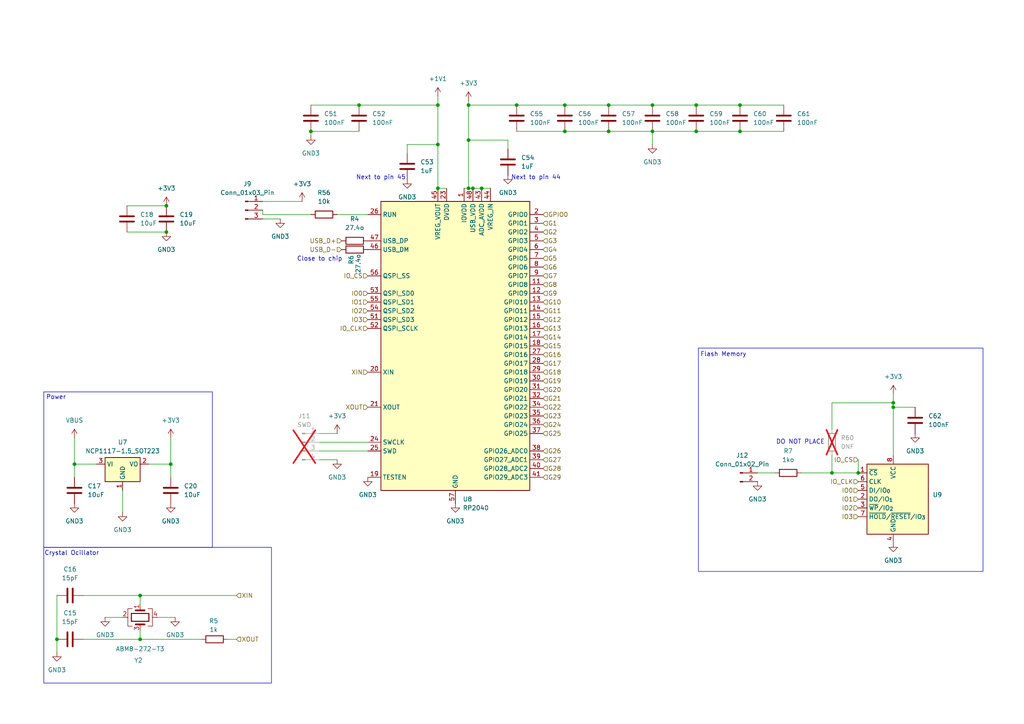
<source format=kicad_sch>
(kicad_sch (version 20250114) (generator "eeschema") (generator_version "9.0")
  (paper "A4")
  (lib_symbols
    (symbol "Connector:Conn_01x02_Pin" (pin_names (offset 1.016) (hide yes))
      (property "Reference" "J" (at 0 2.54 0))
      (property "Value" "Conn_01x02_Pin" (at 0 -5.08 0))
      (symbol "Conn_01x02_Pin_1_1"
        (rectangle (start 0.8636 0.127) (end 0 -0.127) (stroke (width 0.1524)) (fill (type outline)))
        (rectangle (start 0.8636 -2.413) (end 0 -2.667) (stroke (width 0.1524)) (fill (type outline)))
        (polyline (pts (xy 1.27 0) (xy 0.8636 0)) (stroke (width 0.1524)))
        (polyline (pts (xy 1.27 -2.54) (xy 0.8636 -2.54)) (stroke (width 0.1524)))
        (pin passive line (at 5.08 0 180) (length 3.81) (name "Pin_1") (number "1"))
        (pin passive line (at 5.08 -2.54 180) (length 3.81) (name "Pin_2") (number "2"))
      )
    )
    (symbol "Connector:Conn_01x03_Pin" (pin_names (offset 1.016) (hide yes))
      (property "Reference" "J" (at 0 5.08 0))
      (property "Value" "Conn_01x03_Pin" (at 0 -5.08 0))
      (symbol "Conn_01x03_Pin_1_1"
        (rectangle (start 0.8636 2.667) (end 0 2.413) (stroke (width 0.1524)) (fill (type outline)))
        (rectangle (start 0.8636 0.127) (end 0 -0.127) (stroke (width 0.1524)) (fill (type outline)))
        (rectangle (start 0.8636 -2.413) (end 0 -2.667) (stroke (width 0.1524)) (fill (type outline)))
        (polyline (pts (xy 1.27 2.54) (xy 0.8636 2.54)) (stroke (width 0.1524)))
        (polyline (pts (xy 1.27 0) (xy 0.8636 0)) (stroke (width 0.1524)))
        (polyline (pts (xy 1.27 -2.54) (xy 0.8636 -2.54)) (stroke (width 0.1524)))
        (pin passive line (at 5.08 2.54 180) (length 3.81) (name "Pin_1") (number "1"))
        (pin passive line (at 5.08 0 180) (length 3.81) (name "Pin_2") (number "2"))
        (pin passive line (at 5.08 -2.54 180) (length 3.81) (name "Pin_3") (number "3"))
      )
    )
    (symbol "Connector:Conn_01x04_Pin" (pin_names (offset 1.016) (hide yes))
      (property "Reference" "J" (at 0 5.08 0))
      (property "Value" "Conn_01x04_Pin" (at 0 -7.62 0))
      (symbol "Conn_01x04_Pin_1_1"
        (rectangle (start 0.8636 2.667) (end 0 2.413) (stroke (width 0.1524)) (fill (type outline)))
        (rectangle (start 0.8636 0.127) (end 0 -0.127) (stroke (width 0.1524)) (fill (type outline)))
        (rectangle (start 0.8636 -2.413) (end 0 -2.667) (stroke (width 0.1524)) (fill (type outline)))
        (rectangle (start 0.8636 -4.953) (end 0 -5.207) (stroke (width 0.1524)) (fill (type outline)))
        (polyline (pts (xy 1.27 2.54) (xy 0.8636 2.54)) (stroke (width 0.1524)))
        (polyline (pts (xy 1.27 0) (xy 0.8636 0)) (stroke (width 0.1524)))
        (polyline (pts (xy 1.27 -2.54) (xy 0.8636 -2.54)) (stroke (width 0.1524)))
        (polyline (pts (xy 1.27 -5.08) (xy 0.8636 -5.08)) (stroke (width 0.1524)))
        (pin passive line (at 5.08 2.54 180) (length 3.81) (name "Pin_1") (number "1"))
        (pin passive line (at 5.08 0 180) (length 3.81) (name "Pin_2") (number "2"))
        (pin passive line (at 5.08 -2.54 180) (length 3.81) (name "Pin_3") (number "3"))
        (pin passive line (at 5.08 -5.08 180) (length 3.81) (name "Pin_4") (number "4"))
      )
    )
    (symbol "Device:C" (pin_numbers (hide yes)) (pin_names (offset 0.254))
      (property "Reference" "C" (at 0.635 2.54 0))
      (property "Value" "C" (at 0.635 -2.54 0))
      (symbol "C_0_1"
        (polyline (pts (xy -2.032 0.762) (xy 2.032 0.762)) (stroke (width 0.508)))
        (polyline (pts (xy -2.032 -0.762) (xy 2.032 -0.762)) (stroke (width 0.508)))
      )
      (symbol "C_1_1"
        (pin passive line (at 0 3.81 270) (length 2.794) (name "~") (number "1"))
        (pin passive line (at 0 -3.81 90) (length 2.794) (name "~") (number "2"))
      )
    )
    (symbol "Device:Crystal_GND24" (pin_names (offset 1.016) (hide yes))
      (property "Reference" "Y" (at 3.175 5.08 0))
      (property "Value" "Crystal_GND24" (at 3.175 3.175 0))
      (symbol "Crystal_GND24_0_1"
        (polyline (pts (xy -2.54 2.286) (xy -2.54 3.556) (xy 2.54 3.556) (xy 2.54 2.286)))
        (polyline (pts (xy -2.54 0) (xy -2.032 0)))
        (polyline (pts (xy -2.54 -2.286) (xy -2.54 -3.556) (xy 2.54 -3.556) (xy 2.54 -2.286)))
        (polyline (pts (xy -2.032 -1.27) (xy -2.032 1.27)) (stroke (width 0.508)))
        (rectangle (start -1.143 2.54) (end 1.143 -2.54) (stroke (width 0.3048)))
        (polyline (pts (xy 0 3.556) (xy 0 3.81)))
        (polyline (pts (xy 0 -3.81) (xy 0 -3.556)))
        (polyline (pts (xy 2.032 0) (xy 2.54 0)))
        (polyline (pts (xy 2.032 -1.27) (xy 2.032 1.27)) (stroke (width 0.508)))
      )
      (symbol "Crystal_GND24_1_1"
        (pin passive line (at -3.81 0 0) (length 1.27) (name "1") (number "1"))
        (pin passive line (at 0 5.08 270) (length 1.27) (name "2") (number "2"))
        (pin passive line (at 0 -5.08 90) (length 1.27) (name "4") (number "4"))
        (pin passive line (at 3.81 0 180) (length 1.27) (name "3") (number "3"))
      )
    )
    (symbol "Device:R" (pin_numbers (hide yes)) (pin_names (offset 0))
      (property "Reference" "R" (at 2.032 0 90))
      (property "Value" "R" (at 0 0 90))
      (symbol "R_0_1"
        (rectangle (start -1.016 -2.54) (end 1.016 2.54) (stroke (width 0.254)))
      )
      (symbol "R_1_1"
        (pin passive line (at 0 3.81 270) (length 1.27) (name "~") (number "1"))
        (pin passive line (at 0 -3.81 90) (length 1.27) (name "~") (number "2"))
      )
    )
    (symbol "MCU_RaspberryPi:RP2040"
      (property "Reference" "U" (at 17.78 45.72 0))
      (property "Value" "RP2040" (at 17.78 43.18 0))
      (symbol "RP2040_0_1"
        (rectangle (start -21.59 41.91) (end 21.59 -41.91) (stroke (width 0.254)) (fill (type background)))
      )
      (symbol "RP2040_1_1"
        (pin input line (at -25.4 38.1 0) (length 3.81) (name "RUN") (number "26"))
        (pin bidirectional line (at -25.4 30.48 0) (length 3.81) (name "USB_DP") (number "47"))
        (pin bidirectional line (at -25.4 27.94 0) (length 3.81) (name "USB_DM") (number "46"))
        (pin bidirectional line (at -25.4 20.32 0) (length 3.81) (name "QSPI_SS") (number "56"))
        (pin bidirectional line (at -25.4 15.24 0) (length 3.81) (name "QSPI_SD0") (number "53"))
        (pin bidirectional line (at -25.4 12.7 0) (length 3.81) (name "QSPI_SD1") (number "55"))
        (pin bidirectional line (at -25.4 10.16 0) (length 3.81) (name "QSPI_SD2") (number "54"))
        (pin bidirectional line (at -25.4 7.62 0) (length 3.81) (name "QSPI_SD3") (number "51"))
        (pin output line (at -25.4 5.08 0) (length 3.81) (name "QSPI_SCLK") (number "52"))
        (pin input line (at -25.4 -7.62 0) (length 3.81) (name "XIN") (number "20"))
        (pin passive line (at -25.4 -17.78 0) (length 3.81) (name "XOUT") (number "21"))
        (pin input line (at -25.4 -27.94 0) (length 3.81) (name "SWCLK") (number "24"))
        (pin bidirectional line (at -25.4 -30.48 0) (length 3.81) (name "SWD") (number "25"))
        (pin input line (at -25.4 -38.1 0) (length 3.81) (name "TESTEN") (number "19"))
        (pin power_out line (at -5.08 45.72 270) (length 3.81) (name "VREG_VOUT") (number "45"))
        (pin power_in line (at -2.54 45.72 270) (length 3.81) (name "DVDD") (number "23"))
        (pin passive line (at -2.54 45.72 270) (length 3.81) (hide yes) (name "DVDD") (number "50"))
        (pin power_in line (at 0 -45.72 90) (length 3.81) (name "GND") (number "57"))
        (pin power_in line (at 2.54 45.72 270) (length 3.81) (name "IOVDD") (number "1"))
        (pin passive line (at 2.54 45.72 270) (length 3.81) (hide yes) (name "IOVDD") (number "10"))
        (pin passive line (at 2.54 45.72 270) (length 3.81) (hide yes) (name "IOVDD") (number "22"))
        (pin passive line (at 2.54 45.72 270) (length 3.81) (hide yes) (name "IOVDD") (number "33"))
        (pin passive line (at 2.54 45.72 270) (length 3.81) (hide yes) (name "IOVDD") (number "42"))
        (pin passive line (at 2.54 45.72 270) (length 3.81) (hide yes) (name "IOVDD") (number "49"))
        (pin power_in line (at 5.08 45.72 270) (length 3.81) (name "USB_VDD") (number "48"))
        (pin power_in line (at 7.62 45.72 270) (length 3.81) (name "ADC_AVDD") (number "43"))
        (pin power_in line (at 10.16 45.72 270) (length 3.81) (name "VREG_IN") (number "44"))
        (pin bidirectional line (at 25.4 38.1 180) (length 3.81) (name "GPIO0") (number "2"))
        (pin bidirectional line (at 25.4 35.56 180) (length 3.81) (name "GPIO1") (number "3"))
        (pin bidirectional line (at 25.4 33.02 180) (length 3.81) (name "GPIO2") (number "4"))
        (pin bidirectional line (at 25.4 30.48 180) (length 3.81) (name "GPIO3") (number "5"))
        (pin bidirectional line (at 25.4 27.94 180) (length 3.81) (name "GPIO4") (number "6"))
        (pin bidirectional line (at 25.4 25.4 180) (length 3.81) (name "GPIO5") (number "7"))
        (pin bidirectional line (at 25.4 22.86 180) (length 3.81) (name "GPIO6") (number "8"))
        (pin bidirectional line (at 25.4 20.32 180) (length 3.81) (name "GPIO7") (number "9"))
        (pin bidirectional line (at 25.4 17.78 180) (length 3.81) (name "GPIO8") (number "11"))
        (pin bidirectional line (at 25.4 15.24 180) (length 3.81) (name "GPIO9") (number "12"))
        (pin bidirectional line (at 25.4 12.7 180) (length 3.81) (name "GPIO10") (number "13"))
        (pin bidirectional line (at 25.4 10.16 180) (length 3.81) (name "GPIO11") (number "14"))
        (pin bidirectional line (at 25.4 7.62 180) (length 3.81) (name "GPIO12") (number "15"))
        (pin bidirectional line (at 25.4 5.08 180) (length 3.81) (name "GPIO13") (number "16"))
        (pin bidirectional line (at 25.4 2.54 180) (length 3.81) (name "GPIO14") (number "17"))
        (pin bidirectional line (at 25.4 0 180) (length 3.81) (name "GPIO15") (number "18"))
        (pin bidirectional line (at 25.4 -2.54 180) (length 3.81) (name "GPIO16") (number "27"))
        (pin bidirectional line (at 25.4 -5.08 180) (length 3.81) (name "GPIO17") (number "28"))
        (pin bidirectional line (at 25.4 -7.62 180) (length 3.81) (name "GPIO18") (number "29"))
        (pin bidirectional line (at 25.4 -10.16 180) (length 3.81) (name "GPIO19") (number "30"))
        (pin bidirectional line (at 25.4 -12.7 180) (length 3.81) (name "GPIO20") (number "31"))
        (pin bidirectional line (at 25.4 -15.24 180) (length 3.81) (name "GPIO21") (number "32"))
        (pin bidirectional line (at 25.4 -17.78 180) (length 3.81) (name "GPIO22") (number "34"))
        (pin bidirectional line (at 25.4 -20.32 180) (length 3.81) (name "GPIO23") (number "35"))
        (pin bidirectional line (at 25.4 -22.86 180) (length 3.81) (name "GPIO24") (number "36"))
        (pin bidirectional line (at 25.4 -25.4 180) (length 3.81) (name "GPIO25") (number "37"))
        (pin bidirectional line (at 25.4 -30.48 180) (length 3.81) (name "GPIO26_ADC0") (number "38"))
        (pin bidirectional line (at 25.4 -33.02 180) (length 3.81) (name "GPIO27_ADC1") (number "39"))
        (pin bidirectional line (at 25.4 -35.56 180) (length 3.81) (name "GPIO28_ADC2") (number "40"))
        (pin bidirectional line (at 25.4 -38.1 180) (length 3.81) (name "GPIO29_ADC3") (number "41"))
      )
    )
    (symbol "Memory_Flash:W25Q128JVS"
      (property "Reference" "U" (at -6.35 11.43 0))
      (property "Value" "W25Q128JVS" (at 7.62 11.43 0))
      (symbol "W25Q128JVS_0_1"
        (rectangle (start -7.62 10.16) (end 10.16 -10.16) (stroke (width 0.254)) (fill (type background)))
      )
      (symbol "W25Q128JVS_1_1"
        (pin input line (at -10.16 7.62 0) (length 2.54) (name "~{CS}") (number "1"))
        (pin input line (at -10.16 5.08 0) (length 2.54) (name "CLK") (number "6"))
        (pin bidirectional line (at -10.16 2.54 0) (length 2.54) (name "DI/IO_{0}") (number "5"))
        (pin bidirectional line (at -10.16 0 0) (length 2.54) (name "DO/IO_{1}") (number "2"))
        (pin bidirectional line (at -10.16 -2.54 0) (length 2.54) (name "~{WP}/IO_{2}") (number "3"))
        (pin bidirectional line (at -10.16 -5.08 0) (length 2.54) (name "~{HOLD}/~{RESET}/IO_{3}") (number "7"))
        (pin power_in line (at 0 12.7 270) (length 2.54) (name "VCC") (number "8"))
        (pin power_in line (at 0 -12.7 90) (length 2.54) (name "GND") (number "4"))
      )
    )
    (symbol "Regulator_Linear:NCP1117-1.5_SOT223"
      (property "Reference" "U" (at -3.81 3.175 0))
      (property "Value" "NCP1117-1.5_SOT223" (at 0 3.175 0))
      (symbol "NCP1117-1.5_SOT223_0_1"
        (rectangle (start -5.08 -5.08) (end 5.08 1.905) (stroke (width 0.254)) (fill (type background)))
      )
      (symbol "NCP1117-1.5_SOT223_1_1"
        (pin power_in line (at -7.62 0 0) (length 2.54) (name "VI") (number "3"))
        (pin power_in line (at 0 -7.62 90) (length 2.54) (name "GND") (number "1"))
        (pin power_out line (at 7.62 0 180) (length 2.54) (name "VO") (number "2"))
      )
    )
    (symbol "power:+1V1" (power) (pin_numbers (hide yes)) (pin_names (offset 0) (hide yes))
      (property "Value" "+1V1" (at 0 3.556 0))
      (symbol "+1V1_0_1"
        (polyline (pts (xy -0.762 1.27) (xy 0 2.54)))
        (polyline (pts (xy 0 2.54) (xy 0.762 1.27)))
        (polyline (pts (xy 0 0) (xy 0 2.54)))
      )
      (symbol "+1V1_1_1"
        (pin power_in line (at 0 0 90) (length 0) (name "~") (number "1"))
      )
    )
    (symbol "power:+3V3" (power) (pin_numbers (hide yes)) (pin_names (offset 0) (hide yes))
      (property "Value" "+3V3" (at 0 3.556 0))
      (symbol "+3V3_0_1"
        (polyline (pts (xy -0.762 1.27) (xy 0 2.54)))
        (polyline (pts (xy 0 2.54) (xy 0.762 1.27)))
        (polyline (pts (xy 0 0) (xy 0 2.54)))
      )
      (symbol "+3V3_1_1"
        (pin power_in line (at 0 0 90) (length 0) (name "~") (number "1"))
      )
    )
    (symbol "power:GND3" (power) (pin_numbers (hide yes)) (pin_names (offset 0) (hide yes))
      (property "Value" "GND3" (at 0 -3.81 0))
      (symbol "GND3_0_1"
        (polyline (pts (xy 0 0) (xy 0 -1.27) (xy 1.27 -1.27) (xy 0 -2.54) (xy -1.27 -1.27) (xy 0 -1.27)))
      )
      (symbol "GND3_1_1"
        (pin power_in line (at 0 0 270) (length 0) (name "~") (number "1"))
      )
    )
    (symbol "power:VBUS" (power) (pin_numbers (hide yes)) (pin_names (offset 0) (hide yes))
      (property "Value" "VBUS" (at 0 3.556 0))
      (symbol "VBUS_0_1"
        (polyline (pts (xy -0.762 1.27) (xy 0 2.54)))
        (polyline (pts (xy 0 2.54) (xy 0.762 1.27)))
        (polyline (pts (xy 0 0) (xy 0 2.54)))
      )
      (symbol "VBUS_1_1"
        (pin power_in line (at 0 0 90) (length 0) (name "~") (number "1"))
      )
    )
  )
  (rectangle (start 202.565 100.965) (end 285.115 165.735))
  (rectangle (start 61.595 158.75) (end 12.7 113.665))
  (rectangle (start 12.7 158.75) (end 78.74 198.12))
  (text "Close to chip" (at 92.71 75.184 0) (effects (font (size 1.27 1.27))))
  (text "Next to pin 45" (at 110.49 51.562 0) (effects (font (size 1.27 1.27))))
  (text "Crystal Ocillator" (at 20.828 160.528 0) (effects (font (size 1.27 1.27))))
  (text "Power" (at 16.256 115.316 0) (effects (font (size 1.27 1.27))))
  (text "DO NOT PLACE" (at 232.156 128.27 0) (effects (font (size 1.27 1.27))))
  (text "Next to pin 44" (at 155.448 51.562 0) (effects (font (size 1.27 1.27))))
  (text "Flash Memory" (at 209.804 102.87 0) (effects (font (size 1.27 1.27))))
  (junction (at 176.53 38.1))
  (junction (at 214.63 38.1))
  (junction (at 135.89 40.64))
  (junction (at 259.08 118.11))
  (junction (at 241.3 137.16))
  (junction (at 176.53 30.48))
  (junction (at 201.93 38.1))
  (junction (at 135.89 54.61))
  (junction (at 90.17 38.1))
  (junction (at 40.64 172.72))
  (junction (at 16.51 185.42))
  (junction (at 214.63 30.48))
  (junction (at 163.83 30.48))
  (junction (at 21.59 134.62))
  (junction (at 137.16 54.61))
  (junction (at 248.92 137.16))
  (junction (at 49.53 134.62))
  (junction (at 189.23 38.1))
  (junction (at 189.23 30.48))
  (junction (at 163.83 38.1))
  (junction (at 259.08 116.84))
  (junction (at 48.26 67.31))
  (junction (at 135.89 30.48))
  (junction (at 127 41.91))
  (junction (at 48.26 59.69))
  (junction (at 201.93 30.48))
  (junction (at 127 30.48))
  (junction (at 104.14 30.48))
  (junction (at 149.86 30.48))
  (junction (at 139.7 54.61))
  (junction (at 127 54.61))
  (junction (at 40.64 185.42))
  (wire (pts (xy 90.17 38.1) (xy 104.14 38.1)))
  (wire (pts (xy 189.23 38.1) (xy 189.23 41.91)))
  (wire (pts (xy 201.93 30.48) (xy 214.63 30.48)))
  (wire (pts (xy 265.43 118.11) (xy 259.08 118.11)))
  (wire (pts (xy 36.83 67.31) (xy 48.26 67.31)))
  (wire (pts (xy 135.89 30.48) (xy 135.89 40.64)))
  (wire (pts (xy 135.89 54.61) (xy 137.16 54.61)))
  (wire (pts (xy 189.23 30.48) (xy 201.93 30.48)))
  (wire (pts (xy 134.62 54.61) (xy 135.89 54.61)))
  (wire (pts (xy 66.04 185.42) (xy 68.58 185.42)))
  (wire (pts (xy 104.14 30.48) (xy 127 30.48)))
  (wire (pts (xy 139.7 54.61) (xy 142.24 54.61)))
  (wire (pts (xy 176.53 30.48) (xy 189.23 30.48)))
  (wire (pts (xy 241.3 124.46) (xy 241.3 116.84)))
  (wire (pts (xy 97.79 133.35) (xy 92.71 133.35)))
  (wire (pts (xy 176.53 38.1) (xy 189.23 38.1)))
  (wire (pts (xy 24.13 172.72) (xy 40.64 172.72)))
  (wire (pts (xy 241.3 137.16) (xy 248.92 137.16)))
  (wire (pts (xy 259.08 116.84) (xy 259.08 118.11)))
  (wire (pts (xy 45.72 179.07) (xy 50.8 179.07)))
  (wire (pts (xy 259.08 118.11) (xy 259.08 132.08)))
  (wire (pts (xy 127 30.48) (xy 127 41.91)))
  (wire (pts (xy 35.56 142.24) (xy 35.56 148.59)))
  (wire (pts (xy 97.79 125.73) (xy 92.71 125.73)))
  (wire (pts (xy 127 30.48) (xy 127 27.94)))
  (wire (pts (xy 43.18 134.62) (xy 49.53 134.62)))
  (wire (pts (xy 118.11 44.45) (xy 118.11 41.91)))
  (wire (pts (xy 214.63 38.1) (xy 227.33 38.1)))
  (wire (pts (xy 241.3 116.84) (xy 259.08 116.84)))
  (wire (pts (xy 76.2 62.23) (xy 76.2 60.96)))
  (wire (pts (xy 241.3 132.08) (xy 241.3 137.16)))
  (wire (pts (xy 248.92 133.35) (xy 248.92 137.16)))
  (wire (pts (xy 214.63 30.48) (xy 227.33 30.48)))
  (wire (pts (xy 30.48 179.07) (xy 35.56 179.07)))
  (wire (pts (xy 16.51 172.72) (xy 16.51 185.42)))
  (wire (pts (xy 201.93 38.1) (xy 214.63 38.1)))
  (wire (pts (xy 106.68 62.23) (xy 97.79 62.23)))
  (wire (pts (xy 163.83 30.48) (xy 176.53 30.48)))
  (wire (pts (xy 118.11 41.91) (xy 127 41.91)))
  (wire (pts (xy 21.59 134.62) (xy 21.59 138.43)))
  (wire (pts (xy 149.86 30.48) (xy 163.83 30.48)))
  (wire (pts (xy 163.83 38.1) (xy 176.53 38.1)))
  (wire (pts (xy 40.64 172.72) (xy 68.58 172.72)))
  (wire (pts (xy 92.71 130.81) (xy 106.68 130.81)))
  (wire (pts (xy 147.32 40.64) (xy 147.32 43.18)))
  (wire (pts (xy 40.64 185.42) (xy 58.42 185.42)))
  (wire (pts (xy 76.2 63.5) (xy 81.28 63.5)))
  (wire (pts (xy 149.86 38.1) (xy 163.83 38.1)))
  (wire (pts (xy 135.89 30.48) (xy 149.86 30.48)))
  (wire (pts (xy 189.23 38.1) (xy 201.93 38.1)))
  (wire (pts (xy 16.51 185.42) (xy 16.51 189.23)))
  (wire (pts (xy 90.17 30.48) (xy 104.14 30.48)))
  (wire (pts (xy 49.53 134.62) (xy 49.53 138.43)))
  (wire (pts (xy 21.59 127) (xy 21.59 134.62)))
  (wire (pts (xy 40.64 172.72) (xy 40.64 175.26)))
  (wire (pts (xy 232.41 137.16) (xy 241.3 137.16)))
  (wire (pts (xy 76.2 58.42) (xy 87.63 58.42)))
  (wire (pts (xy 40.64 182.88) (xy 40.64 185.42)))
  (wire (pts (xy 49.53 127) (xy 49.53 134.62)))
  (wire (pts (xy 21.59 134.62) (xy 27.94 134.62)))
  (wire (pts (xy 259.08 116.84) (xy 259.08 114.3)))
  (wire (pts (xy 127 54.61) (xy 129.54 54.61)))
  (wire (pts (xy 76.2 62.23) (xy 90.17 62.23)))
  (wire (pts (xy 135.89 29.21) (xy 135.89 30.48)))
  (wire (pts (xy 219.71 137.16) (xy 224.79 137.16)))
  (wire (pts (xy 90.17 39.37) (xy 90.17 38.1)))
  (wire (pts (xy 92.71 128.27) (xy 106.68 128.27)))
  (wire (pts (xy 36.83 59.69) (xy 48.26 59.69)))
  (wire (pts (xy 127 41.91) (xy 127 54.61)))
  (wire (pts (xy 135.89 40.64) (xy 147.32 40.64)))
  (wire (pts (xy 135.89 40.64) (xy 135.89 54.61)))
  (wire (pts (xy 137.16 54.61) (xy 139.7 54.61)))
  (wire (pts (xy 24.13 185.42) (xy 40.64 185.42)))
  (hierarchical_label "G19" (shape input) (at 157.48 110.49 0))
  (hierarchical_label "IO_CLK" (shape input) (at 248.92 139.7 180))
  (hierarchical_label "G5" (shape input) (at 157.48 74.93 0))
  (hierarchical_label "G14" (shape input) (at 157.48 97.79 0))
  (hierarchical_label "G24" (shape input) (at 157.48 123.19 0))
  (hierarchical_label "G7" (shape input) (at 157.48 80.01 0))
  (hierarchical_label "IO_CS" (shape input) (at 248.92 133.35 180))
  (hierarchical_label "XIN" (shape input) (at 106.68 107.95 180))
  (hierarchical_label "G11" (shape input) (at 157.48 90.17 0))
  (hierarchical_label "G28" (shape input) (at 157.48 135.89 0))
  (hierarchical_label "G13" (shape input) (at 157.48 95.25 0))
  (hierarchical_label "IO3" (shape input) (at 106.68 92.71 180))
  (hierarchical_label "USB_D-" (shape input) (at 99.06 72.39 180))
  (hierarchical_label "IO0" (shape input) (at 248.92 142.24 180))
  (hierarchical_label "G21" (shape input) (at 157.48 115.57 0))
  (hierarchical_label "G29" (shape input) (at 157.48 138.43 0))
  (hierarchical_label "XOUT" (shape input) (at 106.68 118.11 180))
  (hierarchical_label "XOUT" (shape input) (at 68.58 185.42 0))
  (hierarchical_label "XIN" (shape input) (at 68.58 172.72 0))
  (hierarchical_label "G15" (shape input) (at 157.48 100.33 0))
  (hierarchical_label "G12" (shape input) (at 157.48 92.71 0))
  (hierarchical_label "G1" (shape input) (at 157.48 64.77 0))
  (hierarchical_label "G10" (shape input) (at 157.48 87.63 0))
  (hierarchical_label "IO2" (shape input) (at 248.92 147.32 180))
  (hierarchical_label "G27" (shape input) (at 157.48 133.35 0))
  (hierarchical_label "G2" (shape input) (at 157.48 67.31 0))
  (hierarchical_label "G6" (shape input) (at 157.48 77.47 0))
  (hierarchical_label "G8" (shape input) (at 157.48 82.55 0))
  (hierarchical_label "G18" (shape input) (at 157.48 107.95 0))
  (hierarchical_label "GPIO0" (shape input) (at 157.48 62.23 0))
  (hierarchical_label "G16" (shape input) (at 157.48 102.87 0))
  (hierarchical_label "IO3" (shape input) (at 248.92 149.86 180))
  (hierarchical_label "IO1" (shape input) (at 248.92 144.78 180))
  (hierarchical_label "G26" (shape input) (at 157.48 130.81 0))
  (hierarchical_label "USB_D+" (shape input) (at 99.06 69.85 180))
  (hierarchical_label "IO2" (shape input) (at 106.68 90.17 180))
  (hierarchical_label "IO0" (shape input) (at 106.68 85.09 180))
  (hierarchical_label "IO_CS" (shape input) (at 106.68 80.01 180))
  (hierarchical_label "G3" (shape input) (at 157.48 69.85 0))
  (hierarchical_label "G4" (shape input) (at 157.48 72.39 0))
  (hierarchical_label "G23" (shape input) (at 157.48 120.65 0))
  (hierarchical_label "IO_CLK" (shape input) (at 106.68 95.25 180))
  (hierarchical_label "G9" (shape input) (at 157.48 85.09 0))
  (hierarchical_label "G17" (shape input) (at 157.48 105.41 0))
  (hierarchical_label "G25" (shape input) (at 157.48 125.73 0))
  (hierarchical_label "G20" (shape input) (at 157.48 113.03 0))
  (hierarchical_label "G22" (shape input) (at 157.48 118.11 0))
  (hierarchical_label "IO1" (shape input) (at 106.68 87.63 180))
  (symbol (lib_id "power:+3V3") (at 48.26 59.69 0) (unit 1)
    (property "Reference" "#PWR036" (effects (hide yes)))
    (property "Value" "+3V3" (at 48.26 54.61 0))
    (property "Description" "Power symbol creates a global label with name \"+3V3\"" (effects (hide yes)))
  )
  (symbol (lib_id "Device:C") (at 265.43 121.92 0) (unit 1)
    (property "Reference" "C62" (at 269.24 120.6499 0) (effects (justify left)))
    (property "Value" "100nF" (at 269.24 123.1899 0) (effects (justify left)))
    (property "Footprint" "Capacitor_SMD:C_0402_1005Metric" (effects (hide yes)))
    (property "Description" "Unpolarized capacitor" (effects (hide yes)))
  )
  (symbol (lib_id "Device:R") (at 241.3 128.27 0) (unit 1) (dnp yes)
    (property "Reference" "R60" (at 243.84 126.9999 0) (effects (justify left)))
    (property "Value" "DNF" (at 243.84 129.5399 0) (effects (justify left)))
    (property "Description" "Resistor" (effects (hide yes)))
  )
  (symbol (lib_id "Connector:Conn_01x02_Pin") (at 214.63 137.16 0) (unit 1)
    (property "Reference" "J12" (at 215.265 132.08 0))
    (property "Value" "Conn_01x02_Pin" (at 215.265 134.62 0))
    (property "Footprint" "Connector_PinHeader_2.54mm:PinHeader_1x02_P2.54mm_Vertical" (effects (hide yes)))
    (property "Description" "Generic connector, single row, 01x02, script generated" (effects (hide yes)))
  )
  (symbol (lib_id "Device:C") (at 36.83 63.5 0) (unit 1)
    (property "Reference" "C18" (at 40.64 62.2299 0) (effects (justify left)))
    (property "Value" "10uF" (at 40.64 64.7699 0) (effects (justify left)))
    (property "Footprint" "Capacitor_SMD:C_0805_2012Metric" (effects (hide yes)))
    (property "Description" "Unpolarized capacitor" (effects (hide yes)))
  )
  (symbol (lib_id "power:+3V3") (at 259.08 114.3 0) (unit 1)
    (property "Reference" "#PWR0111" (effects (hide yes)))
    (property "Value" "+3V3" (at 259.08 109.22 0))
    (property "Description" "Power symbol creates a global label with name \"+3V3\"" (effects (hide yes)))
  )
  (symbol (lib_id "power:GND3") (at 118.11 52.07 0) (unit 1)
    (property "Reference" "#PWR0104" (effects (hide yes)))
    (property "Value" "GND3" (at 118.11 57.15 0))
    (property "Description" "Power symbol creates a global label with name \"GND3\" , ground" (effects (hide yes)))
  )
  (symbol (lib_id "power:+3V3") (at 87.63 58.42 0) (unit 1)
    (property "Reference" "#PWR099" (effects (hide yes)))
    (property "Value" "+3V3" (at 87.63 53.34 0))
    (property "Description" "Power symbol creates a global label with name \"+3V3\"" (effects (hide yes)))
  )
  (symbol (lib_id "Device:C") (at 21.59 142.24 0) (unit 1)
    (property "Reference" "C17" (at 25.4 140.9699 0) (effects (justify left)))
    (property "Value" "10uF" (at 25.4 143.5099 0) (effects (justify left)))
    (property "Footprint" "Capacitor_SMD:C_0805_2012Metric" (effects (hide yes)))
    (property "Description" "Unpolarized capacitor" (effects (hide yes)))
  )
  (symbol (lib_id "power:GND3") (at 49.53 146.05 0) (unit 1)
    (property "Reference" "#PWR096" (effects (hide yes)))
    (property "Value" "GND3" (at 49.53 151.13 0))
    (property "Description" "Power symbol creates a global label with name \"GND3\" , ground" (effects (hide yes)))
  )
  (symbol (lib_id "Device:C") (at 149.86 34.29 0) (unit 1)
    (property "Reference" "C55" (at 153.67 33.0199 0) (effects (justify left)))
    (property "Value" "100nF" (at 153.67 35.5599 0) (effects (justify left)))
    (property "Footprint" "Capacitor_SMD:C_0402_1005Metric" (effects (hide yes)))
    (property "Description" "Unpolarized capacitor" (effects (hide yes)))
  )
  (symbol (lib_id "power:GND3") (at 259.08 157.48 0) (unit 1)
    (property "Reference" "#PWR0112" (effects (hide yes)))
    (property "Value" "GND3" (at 259.08 162.56 0))
    (property "Description" "Power symbol creates a global label with name \"GND3\" , ground" (effects (hide yes)))
  )
  (symbol (lib_id "Device:C") (at 201.93 34.29 0) (unit 1)
    (property "Reference" "C59" (at 205.74 33.0199 0) (effects (justify left)))
    (property "Value" "100nF" (at 205.74 35.5599 0) (effects (justify left)))
    (property "Footprint" "Capacitor_SMD:C_0402_1005Metric" (effects (hide yes)))
    (property "Description" "Unpolarized capacitor" (effects (hide yes)))
  )
  (symbol (lib_id "Device:C") (at 176.53 34.29 0) (unit 1)
    (property "Reference" "C57" (at 180.34 33.0199 0) (effects (justify left)))
    (property "Value" "100nF" (at 180.34 35.5599 0) (effects (justify left)))
    (property "Footprint" "Capacitor_SMD:C_0402_1005Metric" (effects (hide yes)))
    (property "Description" "Unpolarized capacitor" (effects (hide yes)))
  )
  (symbol (lib_id "power:+3V3") (at 135.89 29.21 0) (unit 1)
    (property "Reference" "#PWR0107" (effects (hide yes)))
    (property "Value" "+3V3" (at 135.89 24.13 0))
    (property "Description" "Power symbol creates a global label with name \"+3V3\"" (effects (hide yes)))
  )
  (symbol (lib_id "power:GND3") (at 48.26 67.31 0) (unit 1)
    (property "Reference" "#PWR037" (effects (hide yes)))
    (property "Value" "GND3" (at 48.26 72.39 0))
    (property "Description" "Power symbol creates a global label with name \"GND3\" , ground" (effects (hide yes)))
  )
  (symbol (lib_id "Device:C") (at 48.26 63.5 0) (unit 1)
    (property "Reference" "C19" (at 52.07 62.2299 0) (effects (justify left)))
    (property "Value" "10uF" (at 52.07 64.7699 0) (effects (justify left)))
    (property "Footprint" "Capacitor_SMD:C_0805_2012Metric" (effects (hide yes)))
    (property "Description" "Unpolarized capacitor" (effects (hide yes)))
  )
  (symbol (lib_id "power:GND3") (at 50.8 179.07 0) (unit 1)
    (property "Reference" "#PWR097" (effects (hide yes)))
    (property "Value" "GND3" (at 50.8 184.15 0))
    (property "Description" "Power symbol creates a global label with name \"GND3\" , ground" (effects (hide yes)))
  )
  (symbol (lib_id "Device:C") (at 227.33 34.29 0) (unit 1)
    (property "Reference" "C61" (at 231.14 33.0199 0) (effects (justify left)))
    (property "Value" "100nF" (at 231.14 35.5599 0) (effects (justify left)))
    (property "Footprint" "Capacitor_SMD:C_0402_1005Metric" (effects (hide yes)))
    (property "Description" "Unpolarized capacitor" (effects (hide yes)))
  )
  (symbol (lib_id "Device:R") (at 228.6 137.16 90) (unit 1)
    (property "Reference" "R7" (at 228.6 130.81 90))
    (property "Value" "1ko" (at 228.6 133.35 90))
    (property "Footprint" "Resistor_SMD:R_0603_1608Metric" (effects (hide yes)))
    (property "Description" "Resistor" (effects (hide yes)))
  )
  (symbol (lib_id "power:GND3") (at 21.59 146.05 0) (unit 1)
    (property "Reference" "#PWR033" (effects (hide yes)))
    (property "Value" "GND3" (at 21.59 151.13 0))
    (property "Description" "Power symbol creates a global label with name \"GND3\" , ground" (effects (hide yes)))
  )
  (symbol (lib_id "Device:C") (at 118.11 48.26 0) (unit 1)
    (property "Reference" "C53" (at 121.92 46.9899 0) (effects (justify left)))
    (property "Value" "1uF" (at 121.92 49.5299 0) (effects (justify left)))
    (property "Footprint" "Capacitor_SMD:C_0603_1608Metric" (effects (hide yes)))
    (property "Description" "Unpolarized capacitor" (effects (hide yes)))
  )
  (symbol (lib_id "power:GND3") (at 16.51 189.23 0) (unit 1)
    (property "Reference" "#PWR031" (effects (hide yes)))
    (property "Value" "GND3" (at 16.51 194.31 0))
    (property "Description" "Power symbol creates a global label with name \"GND3\" , ground" (effects (hide yes)))
  )
  (symbol (lib_id "Device:R") (at 102.87 72.39 90) (unit 1)
    (property "Reference" "R6" (at 101.854 76.708 0) (effects (justify left)))
    (property "Value" "27.4o" (at 103.886 79.248 0) (effects (justify left)))
    (property "Footprint" "Resistor_SMD:R_0402_1005Metric" (effects (hide yes)))
    (property "Description" "Resistor" (effects (hide yes)))
  )
  (symbol (lib_id "power:GND3") (at 35.56 148.59 0) (unit 1)
    (property "Reference" "#PWR035" (effects (hide yes)))
    (property "Value" "GND3" (at 35.56 153.67 0))
    (property "Description" "Power symbol creates a global label with name \"GND3\" , ground" (effects (hide yes)))
  )
  (symbol (lib_id "power:GND3") (at 132.08 146.05 0) (unit 1)
    (property "Reference" "#PWR0106" (effects (hide yes)))
    (property "Value" "GND3" (at 132.08 151.13 0))
    (property "Description" "Power symbol creates a global label with name \"GND3\" , ground" (effects (hide yes)))
  )
  (symbol (lib_id "Device:C") (at 49.53 142.24 0) (unit 1)
    (property "Reference" "C20" (at 53.34 140.9699 0) (effects (justify left)))
    (property "Value" "10uF" (at 53.34 143.5099 0) (effects (justify left)))
    (property "Footprint" "Capacitor_SMD:C_0805_2012Metric" (effects (hide yes)))
    (property "Description" "Unpolarized capacitor" (effects (hide yes)))
  )
  (symbol (lib_id "power:GND3") (at 106.68 138.43 0) (unit 1)
    (property "Reference" "#PWR0103" (effects (hide yes)))
    (property "Value" "GND3" (at 106.68 143.51 0))
    (property "Description" "Power symbol creates a global label with name \"GND3\" , ground" (effects (hide yes)))
  )
  (symbol (lib_id "power:GND3") (at 97.79 133.35 0) (unit 1)
    (property "Reference" "#PWR0102" (effects (hide yes)))
    (property "Value" "GND3" (at 97.79 138.43 0))
    (property "Description" "Power symbol creates a global label with name \"GND3\" , ground" (effects (hide yes)))
  )
  (symbol (lib_id "Memory_Flash:W25Q128JVS") (at 259.08 144.78 0) (unit 1)
    (property "Reference" "U9" (at 270.51 143.5099 0) (effects (justify left)))
    (property "Value" "W25Q128JVS" (effects (hide yes)))
    (property "Footprint" "Package_SO:SOIC-8_5.3x5.3mm_P1.27mm" (effects (hide yes)))
    (property "Datasheet" "https://www.winbond.com/resource-files/w25q128jv_dtr%20revc%2003272018%20plus.pdf" (effects (hide yes)))
    (property "Description" "128Mbit / 16MiB Serial Flash Memory, Standard/Dual/Quad SPI, 2.7-3.6V, SOIC-8" (effects (hide yes)))
  )
  (symbol (lib_id "power:VBUS") (at 21.59 127 0) (unit 1)
    (property "Reference" "#PWR032" (effects (hide yes)))
    (property "Value" "VBUS" (at 21.59 121.92 0))
    (property "Description" "Power symbol creates a global label with name \"VBUS\"" (effects (hide yes)))
  )
  (symbol (lib_id "Device:C") (at 163.83 34.29 0) (unit 1)
    (property "Reference" "C56" (at 167.64 33.0199 0) (effects (justify left)))
    (property "Value" "100nF" (at 167.64 35.5599 0) (effects (justify left)))
    (property "Footprint" "Capacitor_SMD:C_0402_1005Metric" (effects (hide yes)))
    (property "Description" "Unpolarized capacitor" (effects (hide yes)))
  )
  (symbol (lib_id "Device:C") (at 90.17 34.29 0) (unit 1)
    (property "Reference" "C51" (at 93.98 33.0199 0) (effects (justify left)))
    (property "Value" "100nF" (at 93.98 35.5599 0) (effects (justify left)))
    (property "Footprint" "Capacitor_SMD:C_0402_1005Metric" (effects (hide yes)))
    (property "Description" "Unpolarized capacitor" (effects (hide yes)))
  )
  (symbol (lib_id "Device:C") (at 147.32 46.99 0) (unit 1)
    (property "Reference" "C54" (at 151.13 45.7199 0) (effects (justify left)))
    (property "Value" "1uF" (at 151.13 48.2599 0) (effects (justify left)))
    (property "Footprint" "Capacitor_SMD:C_0603_1608Metric" (effects (hide yes)))
    (property "Description" "Unpolarized capacitor" (effects (hide yes)))
  )
  (symbol (lib_id "Device:C") (at 189.23 34.29 0) (unit 1)
    (property "Reference" "C58" (at 193.04 33.0199 0) (effects (justify left)))
    (property "Value" "100nF" (at 193.04 35.5599 0) (effects (justify left)))
    (property "Footprint" "Capacitor_SMD:C_0402_1005Metric" (effects (hide yes)))
    (property "Description" "Unpolarized capacitor" (effects (hide yes)))
  )
  (symbol (lib_id "power:GND3") (at 265.43 125.73 0) (unit 1)
    (property "Reference" "#PWR0113" (effects (hide yes)))
    (property "Value" "GND3" (at 265.43 130.81 0))
    (property "Description" "Power symbol creates a global label with name \"GND3\" , ground" (effects (hide yes)))
  )
  (symbol (lib_id "power:GND3") (at 30.48 179.07 0) (unit 1)
    (property "Reference" "#PWR034" (effects (hide yes)))
    (property "Value" "GND3" (at 30.48 184.15 0))
    (property "Description" "Power symbol creates a global label with name \"GND3\" , ground" (effects (hide yes)))
  )
  (symbol (lib_id "Device:R") (at 93.98 62.23 90) (unit 1)
    (property "Reference" "R56" (at 93.98 55.88 90))
    (property "Value" "10k" (at 93.98 58.42 90))
    (property "Footprint" "Resistor_SMD:R_0402_1005Metric" (effects (hide yes)))
    (property "Description" "Resistor" (effects (hide yes)))
  )
  (symbol (lib_id "Connector:Conn_01x03_Pin") (at 71.12 60.96 0) (unit 1)
    (property "Reference" "J9" (at 71.755 53.34 0))
    (property "Value" "Conn_01x03_Pin" (at 71.755 55.88 0))
    (property "Footprint" "Connector_PinHeader_2.54mm:PinHeader_1x03_P2.54mm_Vertical" (effects (hide yes)))
    (property "Description" "Generic connector, single row, 01x03, script generated" (effects (hide yes)))
  )
  (symbol (lib_id "Device:R") (at 102.87 69.85 90) (unit 1)
    (property "Reference" "R4" (at 102.87 63.5 90))
    (property "Value" "27.4o" (at 102.87 66.04 90))
    (property "Footprint" "Resistor_SMD:R_0402_1005Metric" (effects (hide yes)))
    (property "Description" "Resistor" (effects (hide yes)))
  )
  (symbol (lib_id "MCU_RaspberryPi:RP2040") (at 132.08 100.33 0) (unit 1)
    (property "Reference" "U8" (at 134.2233 144.78 0) (effects (justify left)))
    (property "Value" "RP2040" (at 134.2233 147.32 0) (effects (justify left)))
    (property "Footprint" "Package_DFN_QFN:QFN-56-1EP_7x7mm_P0.4mm_EP3.2x3.2mm" (effects (hide yes)))
    (property "Datasheet" "https://datasheets.raspberrypi.com/rp2040/rp2040-datasheet.pdf" (effects (hide yes)))
    (property "Description" "A microcontroller by Raspberry Pi" (effects (hide yes)))
  )
  (symbol (lib_id "power:GND3") (at 81.28 63.5 0) (unit 1)
    (property "Reference" "#PWR098" (effects (hide yes)))
    (property "Value" "GND3" (at 81.28 68.58 0))
    (property "Description" "Power symbol creates a global label with name \"GND3\" , ground" (effects (hide yes)))
  )
  (symbol (lib_id "Device:R") (at 62.23 185.42 90) (unit 1)
    (property "Reference" "R5" (at 61.976 180.086 90))
    (property "Value" "1k" (at 61.976 182.626 90))
    (property "Footprint" "Resistor_SMD:R_0603_1608Metric" (effects (hide yes)))
    (property "Description" "Resistor" (effects (hide yes)))
  )
  (symbol (lib_id "Device:C") (at 214.63 34.29 0) (unit 1)
    (property "Reference" "C60" (at 218.44 33.0199 0) (effects (justify left)))
    (property "Value" "100nF" (at 218.44 35.5599 0) (effects (justify left)))
    (property "Footprint" "Capacitor_SMD:C_0402_1005Metric" (effects (hide yes)))
    (property "Description" "Unpolarized capacitor" (effects (hide yes)))
  )
  (symbol (lib_id "power:GND3") (at 189.23 41.91 0) (unit 1)
    (property "Reference" "#PWR0109" (effects (hide yes)))
    (property "Value" "GND3" (at 189.23 46.99 0))
    (property "Description" "Power symbol creates a global label with name \"GND3\" , ground" (effects (hide yes)))
  )
  (symbol (lib_id "power:GND3") (at 219.71 139.7 0) (unit 1)
    (property "Reference" "#PWR0110" (effects (hide yes)))
    (property "Value" "GND3" (at 219.71 144.78 0))
    (property "Description" "Power symbol creates a global label with name \"GND3\" , ground" (effects (hide yes)))
  )
  (symbol (lib_id "Connector:Conn_01x04_Pin") (at 87.63 128.27 0) (unit 1) (dnp yes)
    (property "Reference" "J11" (at 88.265 120.65 0))
    (property "Value" "SWD" (at 88.265 123.19 0))
    (property "Footprint" "Connector_PinHeader_1.27mm:PinHeader_1x04_P1.27mm_Vertical" (effects (hide yes)))
    (property "Description" "Generic connector, single row, 01x04, script generated" (effects (hide yes)))
  )
  (symbol (lib_id "power:GND3") (at 90.17 39.37 0) (unit 1)
    (property "Reference" "#PWR0100" (effects (hide yes)))
    (property "Value" "GND3" (at 90.17 44.45 0))
    (property "Description" "Power symbol creates a global label with name \"GND3\" , ground" (effects (hide yes)))
  )
  (symbol (lib_id "Device:C") (at 20.32 185.42 90) (unit 1)
    (property "Reference" "C15" (at 20.32 177.8 90))
    (property "Value" "15pF" (at 20.32 180.34 90))
    (property "Footprint" "Capacitor_SMD:C_0402_1005Metric" (effects (hide yes)))
    (property "Description" "Unpolarized capacitor" (effects (hide yes)))
  )
  (symbol (lib_id "power:+1V1") (at 127 27.94 0) (unit 1)
    (property "Reference" "#PWR0105" (effects (hide yes)))
    (property "Value" "+1V1" (at 127 22.86 0))
    (property "Description" "Power symbol creates a global label with name \"+1V1\"" (effects (hide yes)))
  )
  (symbol (lib_id "Device:Crystal_GND24") (at 40.64 179.07 90) (mirror x) (unit 1)
    (property "Reference" "Y2" (at 40.132 191.516 90))
    (property "Value" "ABM8-272-T3" (at 40.64 188.214 90))
    (property "Footprint" "Crystal:Crystal_SMD_Abracon_ABM8AIG-4Pin_3.2x2.5mm" (effects (hide yes)))
    (property "Description" "Four pin crystal, GND on pins 2 and 4" (effects (hide yes)))
  )
  (symbol (lib_id "Regulator_Linear:NCP1117-1.5_SOT223") (at 35.56 134.62 0) (unit 1)
    (property "Reference" "U7" (at 35.56 128.27 0))
    (property "Value" "NCP1117-1.5_SOT223" (at 35.56 130.81 0))
    (property "Footprint" "Package_TO_SOT_SMD:SOT-223-3_TabPin2" (effects (hide yes)))
    (property "Datasheet" "http://www.onsemi.com/pub_link/Collateral/NCP1117-D.PDF" (effects (hide yes)))
    (property "Description" "1A Low drop-out regulator, Fixed Output 1.5V, SOT-223" (effects (hide yes)))
  )
  (symbol (lib_id "power:+3V3") (at 97.79 125.73 0) (unit 1)
    (property "Reference" "#PWR0101" (effects (hide yes)))
    (property "Value" "+3V3" (at 97.79 120.65 0))
    (property "Description" "Power symbol creates a global label with name \"+3V3\"" (effects (hide yes)))
  )
  (symbol (lib_id "Device:C") (at 20.32 172.72 90) (unit 1)
    (property "Reference" "C16" (at 20.32 165.1 90))
    (property "Value" "15pF" (at 20.32 167.64 90))
    (property "Footprint" "Capacitor_SMD:C_0402_1005Metric" (effects (hide yes)))
    (property "Description" "Unpolarized capacitor" (effects (hide yes)))
  )
  (symbol (lib_id "power:GND3") (at 147.32 50.8 0) (unit 1)
    (property "Reference" "#PWR0108" (effects (hide yes)))
    (property "Value" "GND3" (at 147.32 55.88 0))
    (property "Description" "Power symbol creates a global label with name \"GND3\" , ground" (effects (hide yes)))
  )
  (symbol (lib_id "power:+3V3") (at 49.53 127 0) (unit 1)
    (property "Reference" "#PWR095" (effects (hide yes)))
    (property "Value" "+3V3" (at 49.53 121.92 0))
    (property "Description" "Power symbol creates a global label with name \"+3V3\"" (effects (hide yes)))
  )
  (symbol (lib_id "Device:C") (at 104.14 34.29 0) (unit 1)
    (property "Reference" "C52" (at 107.95 33.0199 0) (effects (justify left)))
    (property "Value" "100nF" (at 107.95 35.5599 0) (effects (justify left)))
    (property "Footprint" "Capacitor_SMD:C_0402_1005Metric" (effects (hide yes)))
    (property "Description" "Unpolarized capacitor" (effects (hide yes)))
  )
)
</source>
